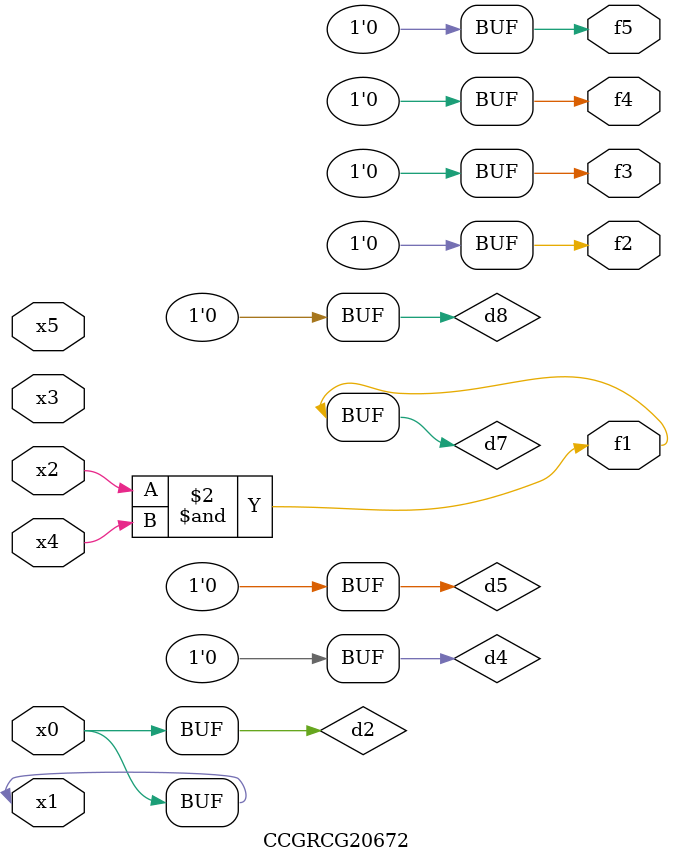
<source format=v>
module CCGRCG20672(
	input x0, x1, x2, x3, x4, x5,
	output f1, f2, f3, f4, f5
);

	wire d1, d2, d3, d4, d5, d6, d7, d8, d9;

	nand (d1, x1);
	buf (d2, x0, x1);
	nand (d3, x2, x4);
	and (d4, d1, d2);
	and (d5, d1, d2);
	nand (d6, d1, d3);
	not (d7, d3);
	xor (d8, d5);
	nor (d9, d5, d6);
	assign f1 = d7;
	assign f2 = d8;
	assign f3 = d8;
	assign f4 = d8;
	assign f5 = d8;
endmodule

</source>
